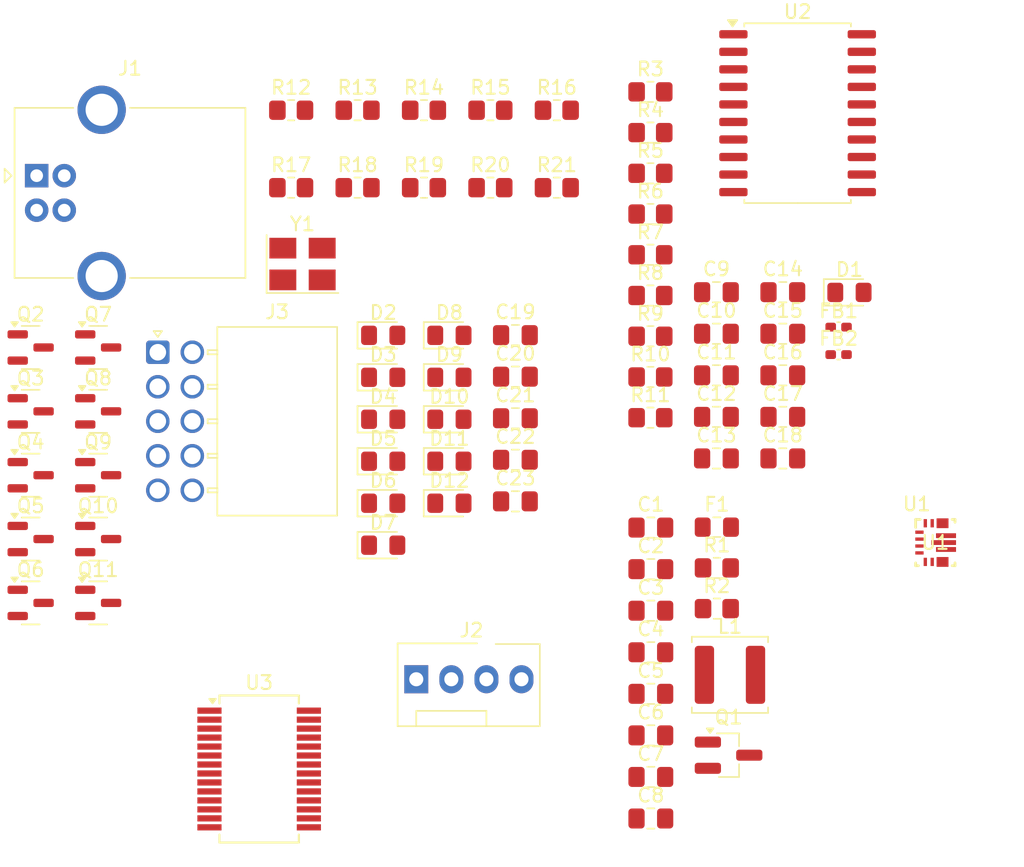
<source format=kicad_pcb>
(kicad_pcb
	(version 20241229)
	(generator "pcbnew")
	(generator_version "9.0")
	(general
		(thickness 1.6)
		(legacy_teardrops no)
	)
	(paper "A4")
	(layers
		(0 "F.Cu" signal)
		(2 "B.Cu" signal)
		(9 "F.Adhes" user "F.Adhesive")
		(11 "B.Adhes" user "B.Adhesive")
		(13 "F.Paste" user)
		(15 "B.Paste" user)
		(5 "F.SilkS" user "F.Silkscreen")
		(7 "B.SilkS" user "B.Silkscreen")
		(1 "F.Mask" user)
		(3 "B.Mask" user)
		(17 "Dwgs.User" user "User.Drawings")
		(19 "Cmts.User" user "User.Comments")
		(21 "Eco1.User" user "User.Eco1")
		(23 "Eco2.User" user "User.Eco2")
		(25 "Edge.Cuts" user)
		(27 "Margin" user)
		(31 "F.CrtYd" user "F.Courtyard")
		(29 "B.CrtYd" user "B.Courtyard")
		(35 "F.Fab" user)
		(33 "B.Fab" user)
		(39 "User.1" user)
		(41 "User.2" user)
		(43 "User.3" user)
		(45 "User.4" user)
	)
	(setup
		(pad_to_mask_clearance 0)
		(allow_soldermask_bridges_in_footprints no)
		(tenting front back)
		(pcbplotparams
			(layerselection 0x00000000_00000000_55555555_5755f5ff)
			(plot_on_all_layers_selection 0x00000000_00000000_00000000_00000000)
			(disableapertmacros no)
			(usegerberextensions no)
			(usegerberattributes yes)
			(usegerberadvancedattributes yes)
			(creategerberjobfile yes)
			(dashed_line_dash_ratio 12.000000)
			(dashed_line_gap_ratio 3.000000)
			(svgprecision 4)
			(plotframeref no)
			(mode 1)
			(useauxorigin no)
			(hpglpennumber 1)
			(hpglpenspeed 20)
			(hpglpendiameter 15.000000)
			(pdf_front_fp_property_popups yes)
			(pdf_back_fp_property_popups yes)
			(pdf_metadata yes)
			(pdf_single_document no)
			(dxfpolygonmode yes)
			(dxfimperialunits yes)
			(dxfusepcbnewfont yes)
			(psnegative no)
			(psa4output no)
			(plot_black_and_white yes)
			(sketchpadsonfab no)
			(plotpadnumbers no)
			(hidednponfab no)
			(sketchdnponfab yes)
			(crossoutdnponfab yes)
			(subtractmaskfromsilk no)
			(outputformat 1)
			(mirror no)
			(drillshape 1)
			(scaleselection 1)
			(outputdirectory "")
		)
	)
	(net 0 "")
	(net 1 "GND")
	(net 2 "Net-(U1-VAUX)")
	(net 3 "+5V")
	(net 4 "Net-(Q1-D)")
	(net 5 "Net-(U2-DCDC_OUT)")
	(net 6 "Net-(U2-DCDC_HGND)")
	(net 7 "GNDPWR")
	(net 8 "Net-(U2-HLDO_OUT)")
	(net 9 "Net-(U2-HLDO_IN)")
	(net 10 "Net-(U2-DCDC_CAP)")
	(net 11 "Net-(U2-AIN0N)")
	(net 12 "Net-(U2-AIN0P)")
	(net 13 "Net-(U3-PA0)")
	(net 14 "XTALHF2")
	(net 15 "Net-(U3-PC0)")
	(net 16 "Net-(D1-A)")
	(net 17 "Net-(D1-K)")
	(net 18 "Net-(D2-A)")
	(net 19 "/uC/OUT1")
	(net 20 "/uC/OUT2")
	(net 21 "/uC/OUT8")
	(net 22 "/uC/OUT9")
	(net 23 "/uC/OUT3")
	(net 24 "/uC/OUT10")
	(net 25 "/uC/OUT4")
	(net 26 "/uC/OUT5")
	(net 27 "/uC/OUT6")
	(net 28 "/uC/OUT7")
	(net 29 "Net-(Q1-S)")
	(net 30 "+12V")
	(net 31 "Net-(J1-D+)")
	(net 32 "Net-(J1-D-)")
	(net 33 "Net-(J2-Pin_4)")
	(net 34 "Net-(J2-Pin_1)")
	(net 35 "Net-(U1-L2)")
	(net 36 "Net-(U1-L1)")
	(net 37 "/uC/Gate8")
	(net 38 "/uC/Gate3")
	(net 39 "/uC/Gate10")
	(net 40 "/uC/Gate5")
	(net 41 "/uC/Gate6")
	(net 42 "/uC/Gate7")
	(net 43 "/uC/Gate1")
	(net 44 "/uC/Gate9")
	(net 45 "/uC/Gate2")
	(net 46 "/uC/Gate4")
	(net 47 "Net-(U1-EN)")
	(net 48 "Net-(U1-PG)")
	(net 49 "Net-(U2-CS)")
	(net 50 "MISO")
	(net 51 "Net-(U2-DRDY)")
	(net 52 "Net-(R10-Pad1)")
	(net 53 "VBUS")
	(net 54 "Net-(U3-PD0)")
	(net 55 "Net-(U3-PD1)")
	(net 56 "Net-(U3-PD2)")
	(net 57 "Net-(U3-PD3)")
	(net 58 "Net-(U3-PD4)")
	(net 59 "Net-(U3-PD5)")
	(net 60 "Net-(U3-PD6)")
	(net 61 "Net-(U3-VREFA{slash}PD7)")
	(net 62 "Net-(U3-PA2)")
	(net 63 "Net-(U3-PA3)")
	(net 64 "unconnected-(U2-NC-Pad8)")
	(net 65 "CLKOUT")
	(net 66 "MOSI")
	(net 67 "SCK")
	(net 68 "unconnected-(U2-NC-Pad7)")
	(net 69 "unconnected-(U3-XTAL32K1{slash}PF0-Pad16)")
	(net 70 "unconnected-(U3-AVDD-Pad14)")
	(net 71 "unconnected-(U3-XTAL32K2{slash}PF1-Pad17)")
	(net 72 "RESET")
	(net 73 "unconnected-(U2-DRDY-Pad16)")
	(footprint "Capacitor_SMD:C_0805_2012Metric_Pad1.18x1.45mm_HandSolder" (layer "F.Cu") (at 202.12 74.005))
	(footprint "Capacitor_SMD:C_0805_2012Metric_Pad1.18x1.45mm_HandSolder" (layer "F.Cu") (at 206.93 70.995))
	(footprint "Diode_SMD:D_0805_2012Metric_Pad1.15x1.40mm_HandSolder" (layer "F.Cu") (at 177.985 65.09))
	(footprint "Resistor_SMD:R_0805_2012Metric_Pad1.20x1.40mm_HandSolder" (layer "F.Cu") (at 197.34 68.105))
	(footprint "Resistor_SMD:R_0805_2012Metric_Pad1.20x1.40mm_HandSolder" (layer "F.Cu") (at 197.34 47.455))
	(footprint "Resistor_SMD:R_0805_2012Metric_Pad1.20x1.40mm_HandSolder" (layer "F.Cu") (at 185.75 48.785))
	(footprint "LED_SMD:LED_0805_2012Metric_Pad1.15x1.40mm_HandSolder" (layer "F.Cu") (at 182.78 65.09))
	(footprint "LED_SMD:LED_0805_2012Metric_Pad1.15x1.40mm_HandSolder" (layer "F.Cu") (at 211.755 61.98))
	(footprint "Connector_USB:USB_B_OST_USB-B1HSxx_Horizontal" (layer "F.Cu") (at 152.885 53.525))
	(footprint "Capacitor_SMD:C_0805_2012Metric_Pad1.18x1.45mm_HandSolder" (layer "F.Cu") (at 206.93 74.005))
	(footprint "Package_TO_SOT_SMD:SOT-23" (layer "F.Cu") (at 157.34 79.845))
	(footprint "Capacitor_SMD:C_0805_2012Metric_Pad1.18x1.45mm_HandSolder" (layer "F.Cu") (at 197.37 94.065))
	(footprint "Inductor_SMD:L_0402_1005Metric_Pad0.77x0.64mm_HandSolder" (layer "F.Cu") (at 210.97 64.495))
	(footprint "Capacitor_SMD:C_0805_2012Metric_Pad1.18x1.45mm_HandSolder" (layer "F.Cu") (at 202.12 61.965))
	(footprint "Package_TO_SOT_SMD:SOT-23" (layer "F.Cu") (at 152.45 75.22))
	(footprint "Capacitor_SMD:C_0805_2012Metric_Pad1.18x1.45mm_HandSolder" (layer "F.Cu") (at 187.56 68.085))
	(footprint "Fuse:Fuse_0805_2012Metric_Pad1.15x1.40mm_HandSolder" (layer "F.Cu") (at 202.15 78.985))
	(footprint "Connector_Molex:Molex_Nano-Fit_105314-xx10_2x05_P2.50mm_Horizontal" (layer "F.Cu") (at 161.66 66.315))
	(footprint "Resistor_SMD:R_0805_2012Metric_Pad1.20x1.40mm_HandSolder" (layer "F.Cu") (at 197.34 65.155))
	(footprint "Inductor_SMD:L_APV_ANR5045" (layer "F.Cu") (at 203.1 89.68))
	(footprint "Package_TO_SOT_SMD:SOT-23" (layer "F.Cu") (at 152.45 65.97))
	(footprint "Capacitor_SMD:C_0805_2012Metric_Pad1.18x1.45mm_HandSolder" (layer "F.Cu") (at 197.37 88.045))
	(footprint "Package_TO_SOT_SMD:SOT-23" (layer "F.Cu") (at 152.45 79.845))
	(footprint "LED_SMD:LED_0805_2012Metric_Pad1.15x1.40mm_HandSolder" (layer "F.Cu") (at 177.985 71.17))
	(footprint "Resistor_SMD:R_0805_2012Metric_Pad1.20x1.40mm_HandSolder" (layer "F.Cu") (at 176.13 48.785))
	(footprint "Resistor_SMD:R_0805_2012Metric_Pad1.20x1.40mm_HandSolder" (layer "F.Cu") (at 171.32 54.395))
	(footprint "Inductor_SMD:L_0402_1005Metric_Pad0.77x0.64mm_HandSolder" (layer "F.Cu") (at 210.97 66.485))
	(footprint "Package_TO_SOT_SMD:SOT-23" (layer "F.Cu") (at 157.34 70.595))
	(footprint "Package_TO_SOT_SMD:SOT-23_Handsoldering" (layer "F.Cu") (at 203 95.5))
	(footprint "Resistor_SMD:R_0805_2012Metric_Pad1.20x1.40mm_HandSolder" (layer "F.Cu") (at 197.34 50.405))
	(footprint "Capacitor_SMD:C_0805_2012Metric_Pad1.18x1.45mm_HandSolder" (layer "F.Cu") (at 187.56 74.105))
	(footprint "LED_SMD:LED_0805_2012Metric_Pad1.15x1.40mm_HandSolder" (layer "F.Cu") (at 182.78 77.25))
	(footprint "LED_SMD:LED_0805_2012Metric_Pad1.15x1.40mm_HandSolder" (layer "F.Cu") (at 182.78 74.21))
	(footprint "Package_SO:SOIC-20W_7.5x12.8mm_P1.27mm" (layer "F.Cu") (at 208 49))
	(footprint "Package_TO_SOT_SMD:SOT-23" (layer "F.Cu") (at 152.45 84.47))
	(footprint "Resistor_SMD:R_0805_2012Metric_Pad1.20x1.40mm_HandSolder" (layer "F.Cu") (at 197.34 62.205))
	(footprint "LED_SMD:LED_0805_2012Metric_Pad1.15x1.40mm_HandSolder" (layer "F.Cu") (at 182.78 68.13))
	(footprint "Capacitor_SMD:C_0805_2012Metric_Pad1.18x1.45mm_HandSolder" (layer "F.Cu") (at 202.12 70.995))
	(footprint "Capacitor_SMD:C_0805_2012Metric_Pad1.18x1.45mm_HandSolder" (layer "F.Cu") (at 206.93 67.985))
	(footprint "Capacitor_SMD:C_0805_2012Metric_Pad1.18x1.45mm_HandSolder" (layer "F.Cu") (at 197.37 97.075))
	(footprint "Resistor_SMD:R_0805_2012Metric_Pad1.20x1.40mm_HandSolder"
		(layer "F.Cu")
		(uuid "7988286a-b1f6-4e4b-9128-639ed7249676")
		(at 197.34 53.355)
		(descr "Resistor SMD 0805 (2012 Metric), square (rectangular) end terminal, IPC-7351 nominal with elongated pad for handsoldering. (Body size source: IPC-SM-782 page 72, https://www.pcb-3d.com/wordpress/wp-content/uploads/ipc-sm-782a_amendment_1_and_2.pdf), generated with kicad-footprint-generator")
		(tags "resistor handsolder")
		(property "Reference" "R5"
			(at 0 -1.65 0)
			(layer "F.SilkS")
			(uuid "d0d7c111-1fa5-482d-929e-ca6843963152")
			(effects
				(font
					(size 1 1)
					(thickness 0.15)
				)
			)
		)
		(property "Value" "100k"
			(at 0 1.65 0)
			(layer "F.Fab")
			(uuid "08150142-c6e6-4e45-9e16-4b8917af19b5")
			(effects
				(font
					(size 1 1)
					(thickness 0.15)
				)
			)
		)
		(property "Datasheet" ""
			(at 0 0 0)
			(layer "F.Fab")
			(hide yes)
			(uuid "d85387b0-8138-46c7-9dc2-bb5ee447abe6")
			(effects
				(font
					(size 1.27 1.27)
					(thickness 0.15)
				)
			)
		)
		(property "Description" "Resistor"
			(at 0 0 0)
			(layer "F.Fab")
			(hide yes)
			(uuid "604304b5-5387-46d2-8940-4af8bf6ab769")
			(effects
				(font
					(size 1.27 1.27)
					(thickness 0.15)
				)
			)
		)
		(property ki_fp_filters "R_*")
		(path "/e22da67a-22c2-48dd-a548-e19c56bdc663/8d9a671d-856d-429a-9d7f-30acf1ef7839")
		(sheetname "/Voltage_Sensor/")
		(sheetfile "Voltage_Sensor.kicad_sch")
		(attr smd)
		(fp_line
			(start -0.227064 -0.735)
			(end 0.227064 -0.735)
			(stroke
				(width 0.12)
				(type solid)
			)
			(layer "F.SilkS")
			(uuid "ede518ee-b778-4296-9723-4093e9df8ea3")
		)
		(fp_line
			(start -0.227064 0.735)
			(end 0.227064 0.735)
			(stroke
				(width 0.12)
				(type solid)
			)
			(layer "F.SilkS")
			(uuid "fc7422fd-817a-4147-87d8-52de32c2f856")
		)
		(fp_line
			(start -1.85 -0.95)
			(end 1.85 -0.95)
			(stroke
				(width 0.05)
				(type solid)
			)
			(layer "F.CrtYd")
			(uuid "844c0078-9432-4cd1-ade0-686c3f3603ee")
		)
		(fp_line
			(start -1.85 0.95)
			(end -1.85 -0.95)
			(stroke
				(width 0.05)
				(type solid)
			)
			(layer "F.CrtYd")
			(uuid "5e4c4c3b-74c0-4cc0-ae62-5f34f0b29fd4")
		)
		(fp_line
			(start 1.85 -0.95)
			(end 1.85 0.95)
			(stroke
				(width 0.05)
				(type solid)
			)
			(layer "F.CrtYd")
			(uuid "d4a649d9-f43e-4662-a33c-2bb74932f193")
		)
		(fp_line
			(start 1.85 0.95)
			(end -1.85 0.95)
			(stroke
				(width 0.05)
				(type solid)
			)
			(layer "F.CrtYd")
			(uuid "4a629d4f-9745-40d0-981e-ae5a2b6bfad2")
		)
		(fp_line
			(start -1 -0.625)
			(end 1 -0.625)
			(stroke
				(width 0.1)
				(type solid)
			)
			(layer "F.Fab")
			(uuid "f4289b47-2368-49bc-bd3b-dc64f7458c4f")
		)
		(fp_line
			(start -1 0.625)
			(end -1 -0.625)
			(stroke
				(width 0.1)
				(type solid)
			)
			(layer "F.Fab")
			(uuid "4f866289-a4cc-40c0-94ae-ab08f2a2b996")
		)
		(fp_line
			(start 1 -0.625)
			(end 1 0.625)
			(stroke
				(width 0.1)
				(type solid)
			)
			(layer "F.Fab")
			(uuid "d661f495-a115-46e3-8ba1-8ad9ac3ad73a")
		)
		(fp_line
			(start 1 0.625)
			(end -1 0.625)
			(stroke
				(width 0.1)
				(type solid)
			)
			(layer "F.Fab")
			(uuid "9356d4ec-168a-44e2-8101-692b0b3a0a4e")

... [193100 chars truncated]
</source>
